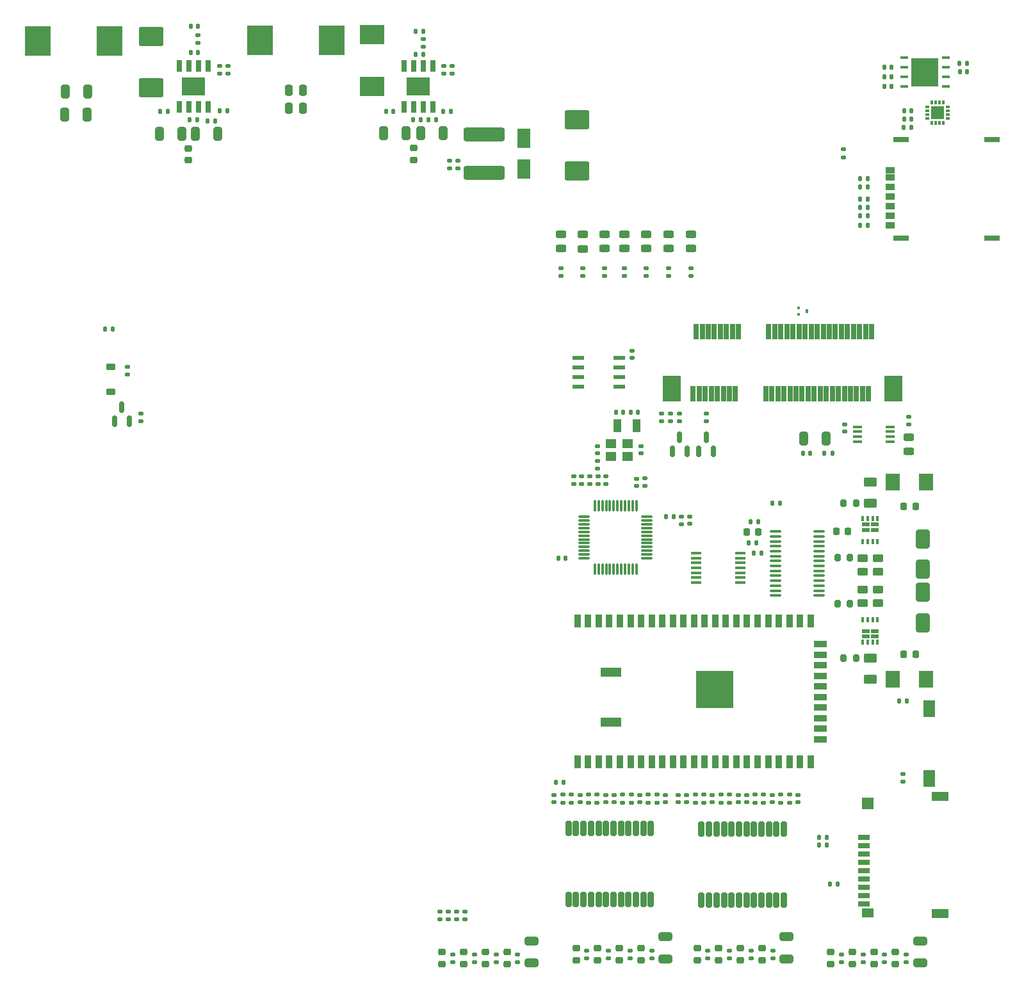
<source format=gtp>
G04 #@! TF.GenerationSoftware,KiCad,Pcbnew,7.0.6-0*
G04 #@! TF.CreationDate,2023-08-16T18:08:33-03:00*
G04 #@! TF.ProjectId,macunaima_rev2.2,6d616375-6e61-4696-9d61-5f726576322e,rev?*
G04 #@! TF.SameCoordinates,Original*
G04 #@! TF.FileFunction,Paste,Top*
G04 #@! TF.FilePolarity,Positive*
%FSLAX46Y46*%
G04 Gerber Fmt 4.6, Leading zero omitted, Abs format (unit mm)*
G04 Created by KiCad (PCBNEW 7.0.6-0) date 2023-08-16 18:08:33*
%MOMM*%
%LPD*%
G01*
G04 APERTURE LIST*
G04 Aperture macros list*
%AMRoundRect*
0 Rectangle with rounded corners*
0 $1 Rounding radius*
0 $2 $3 $4 $5 $6 $7 $8 $9 X,Y pos of 4 corners*
0 Add a 4 corners polygon primitive as box body*
4,1,4,$2,$3,$4,$5,$6,$7,$8,$9,$2,$3,0*
0 Add four circle primitives for the rounded corners*
1,1,$1+$1,$2,$3*
1,1,$1+$1,$4,$5*
1,1,$1+$1,$6,$7*
1,1,$1+$1,$8,$9*
0 Add four rect primitives between the rounded corners*
20,1,$1+$1,$2,$3,$4,$5,0*
20,1,$1+$1,$4,$5,$6,$7,0*
20,1,$1+$1,$6,$7,$8,$9,0*
20,1,$1+$1,$8,$9,$2,$3,0*%
G04 Aperture macros list end*
%ADD10RoundRect,0.225000X0.250000X-0.225000X0.250000X0.225000X-0.250000X0.225000X-0.250000X-0.225000X0*%
%ADD11R,1.000000X1.800000*%
%ADD12RoundRect,0.135000X0.185000X-0.135000X0.185000X0.135000X-0.185000X0.135000X-0.185000X-0.135000X0*%
%ADD13RoundRect,0.140000X-0.140000X-0.170000X0.140000X-0.170000X0.140000X0.170000X-0.140000X0.170000X0*%
%ADD14RoundRect,0.135000X-0.185000X0.135000X-0.185000X-0.135000X0.185000X-0.135000X0.185000X0.135000X0*%
%ADD15RoundRect,0.140000X0.170000X-0.140000X0.170000X0.140000X-0.170000X0.140000X-0.170000X-0.140000X0*%
%ADD16RoundRect,0.140000X0.140000X0.170000X-0.140000X0.170000X-0.140000X-0.170000X0.140000X-0.170000X0*%
%ADD17RoundRect,0.135000X0.135000X0.185000X-0.135000X0.185000X-0.135000X-0.185000X0.135000X-0.185000X0*%
%ADD18RoundRect,0.140000X-0.170000X0.140000X-0.170000X-0.140000X0.170000X-0.140000X0.170000X0.140000X0*%
%ADD19RoundRect,0.135000X-0.135000X-0.185000X0.135000X-0.185000X0.135000X0.185000X-0.135000X0.185000X0*%
%ADD20RoundRect,0.100000X-0.637500X-0.100000X0.637500X-0.100000X0.637500X0.100000X-0.637500X0.100000X0*%
%ADD21RoundRect,0.243750X0.456250X-0.243750X0.456250X0.243750X-0.456250X0.243750X-0.456250X-0.243750X0*%
%ADD22RoundRect,0.250000X-0.325000X-0.650000X0.325000X-0.650000X0.325000X0.650000X-0.325000X0.650000X0*%
%ADD23R,0.650000X1.525000*%
%ADD24R,3.100000X2.400000*%
%ADD25R,0.450000X0.400000*%
%ADD26R,0.450000X0.500000*%
%ADD27RoundRect,0.195000X-0.195000X0.805000X-0.195000X-0.805000X0.195000X-0.805000X0.195000X0.805000X0*%
%ADD28RoundRect,0.147500X-0.147500X-0.172500X0.147500X-0.172500X0.147500X0.172500X-0.147500X0.172500X0*%
%ADD29R,1.800000X2.500000*%
%ADD30R,0.300000X0.570000*%
%ADD31R,0.570000X0.300000*%
%ADD32R,1.750000X1.750000*%
%ADD33RoundRect,0.218750X0.256250X-0.218750X0.256250X0.218750X-0.256250X0.218750X-0.256250X-0.218750X0*%
%ADD34R,1.879600X2.260600*%
%ADD35RoundRect,0.225000X-0.375000X0.225000X-0.375000X-0.225000X0.375000X-0.225000X0.375000X0.225000X0*%
%ADD36R,1.600000X0.600000*%
%ADD37R,1.550000X0.600000*%
%ADD38RoundRect,0.200000X-0.200000X-0.275000X0.200000X-0.275000X0.200000X0.275000X-0.200000X0.275000X0*%
%ADD39RoundRect,0.225000X0.225000X0.250000X-0.225000X0.250000X-0.225000X-0.250000X0.225000X-0.250000X0*%
%ADD40RoundRect,0.250000X-0.450000X0.262500X-0.450000X-0.262500X0.450000X-0.262500X0.450000X0.262500X0*%
%ADD41R,0.660400X2.108200*%
%ADD42R,2.438400X3.352800*%
%ADD43R,3.500000X4.000000*%
%ADD44R,1.000000X0.600000*%
%ADD45R,0.420000X0.700000*%
%ADD46RoundRect,0.243750X-0.456250X0.243750X-0.456250X-0.243750X0.456250X-0.243750X0.456250X0.243750X0*%
%ADD47RoundRect,0.250000X-0.650000X0.325000X-0.650000X-0.325000X0.650000X-0.325000X0.650000X0.325000X0*%
%ADD48RoundRect,0.147500X0.172500X-0.147500X0.172500X0.147500X-0.172500X0.147500X-0.172500X-0.147500X0*%
%ADD49R,1.600200X0.711200*%
%ADD50R,1.498600X1.193800*%
%ADD51R,2.209800X1.193800*%
%ADD52R,1.498600X1.600200*%
%ADD53RoundRect,0.250000X0.625000X-0.375000X0.625000X0.375000X-0.625000X0.375000X-0.625000X-0.375000X0*%
%ADD54RoundRect,0.250000X0.325000X0.650000X-0.325000X0.650000X-0.325000X-0.650000X0.325000X-0.650000X0*%
%ADD55R,3.300000X2.500000*%
%ADD56RoundRect,0.075000X-0.075000X0.662500X-0.075000X-0.662500X0.075000X-0.662500X0.075000X0.662500X0*%
%ADD57RoundRect,0.075000X-0.662500X0.075000X-0.662500X-0.075000X0.662500X-0.075000X0.662500X0.075000X0*%
%ADD58RoundRect,0.250000X0.650000X-1.000000X0.650000X1.000000X-0.650000X1.000000X-0.650000X-1.000000X0*%
%ADD59R,1.150000X0.350000*%
%ADD60RoundRect,0.250000X0.250000X0.475000X-0.250000X0.475000X-0.250000X-0.475000X0.250000X-0.475000X0*%
%ADD61RoundRect,0.250000X1.400000X1.000000X-1.400000X1.000000X-1.400000X-1.000000X1.400000X-1.000000X0*%
%ADD62RoundRect,0.225000X-0.225000X-0.250000X0.225000X-0.250000X0.225000X0.250000X-0.225000X0.250000X0*%
%ADD63RoundRect,0.150000X0.150000X-0.587500X0.150000X0.587500X-0.150000X0.587500X-0.150000X-0.587500X0*%
%ADD64RoundRect,0.250000X-1.400000X-1.000000X1.400000X-1.000000X1.400000X1.000000X-1.400000X1.000000X0*%
%ADD65R,1.400000X1.200000*%
%ADD66R,1.143000X0.812800*%
%ADD67R,2.108200X0.711200*%
%ADD68RoundRect,0.147500X-0.172500X0.147500X-0.172500X-0.147500X0.172500X-0.147500X0.172500X0.147500X0*%
%ADD69R,1.600000X2.180000*%
%ADD70R,1.409700X0.355600*%
%ADD71RoundRect,0.250000X2.450000X-0.650000X2.450000X0.650000X-2.450000X0.650000X-2.450000X-0.650000X0*%
%ADD72R,0.900000X1.800000*%
%ADD73R,1.800000X0.900000*%
%ADD74R,5.000000X5.000000*%
%ADD75R,2.700000X1.200000*%
%ADD76R,1.112398X0.457200*%
%ADD77R,3.606800X3.708400*%
%ADD78RoundRect,0.250000X-0.650000X1.000000X-0.650000X-1.000000X0.650000X-1.000000X0.650000X1.000000X0*%
%ADD79RoundRect,0.250000X-0.625000X0.375000X-0.625000X-0.375000X0.625000X-0.375000X0.625000X0.375000X0*%
G04 APERTURE END LIST*
G36*
X121943978Y-19491793D02*
G01*
X120340578Y-19491793D01*
X120340578Y-17837593D01*
X121943978Y-17837593D01*
X121943978Y-19491793D01*
G37*
G36*
X121943978Y-17637593D02*
G01*
X120340578Y-17637593D01*
X120340578Y-15983393D01*
X121943978Y-15983393D01*
X121943978Y-17637593D01*
G37*
G36*
X120140578Y-19491793D02*
G01*
X118537178Y-19491793D01*
X118537178Y-17837593D01*
X120140578Y-17837593D01*
X120140578Y-19491793D01*
G37*
G36*
X120140578Y-17637593D02*
G01*
X118537178Y-17637593D01*
X118537178Y-15983393D01*
X120140578Y-15983393D01*
X120140578Y-17637593D01*
G37*
D10*
X79835716Y-135163813D03*
X79835716Y-133613813D03*
D11*
X79601980Y-64481773D03*
X82101980Y-64481773D03*
D12*
X28123573Y-17936573D03*
X28123573Y-16916573D03*
D13*
X124848702Y-17642593D03*
X125808702Y-17642593D03*
D14*
X75551074Y-133878813D03*
X75551074Y-134898813D03*
D15*
X77011980Y-72165441D03*
X77011980Y-71205441D03*
D16*
X24163573Y-15155573D03*
X23203573Y-15155573D03*
D10*
X113495716Y-135676773D03*
X113495716Y-134126773D03*
D17*
X108718573Y-125116773D03*
X107698573Y-125116773D03*
X101113573Y-74726773D03*
X100093573Y-74726773D03*
D12*
X75037573Y-44675573D03*
X75037573Y-43655573D03*
D13*
X79381980Y-62751773D03*
X80341980Y-62751773D03*
D16*
X49958573Y-22906773D03*
X48998573Y-22906773D03*
D14*
X81263930Y-133878813D03*
X81263930Y-134898813D03*
D18*
X109642821Y-64319872D03*
X109642821Y-65279872D03*
D19*
X25411573Y-24211973D03*
X26431573Y-24211973D03*
D20*
X100505491Y-78494273D03*
X100505491Y-79144273D03*
X100505491Y-79794273D03*
X100505491Y-80444273D03*
X100505491Y-81094273D03*
X100505491Y-81744273D03*
X100505491Y-82394273D03*
X100505491Y-83044273D03*
X100505491Y-83694273D03*
X100505491Y-84344273D03*
X100505491Y-84994273D03*
X100505491Y-85644273D03*
X100505491Y-86294273D03*
X100505491Y-86944273D03*
X106230491Y-86944273D03*
X106230491Y-86294273D03*
X106230491Y-85644273D03*
X106230491Y-84994273D03*
X106230491Y-84344273D03*
X106230491Y-83694273D03*
X106230491Y-83044273D03*
X106230491Y-82394273D03*
X106230491Y-81744273D03*
X106230491Y-81094273D03*
X106230491Y-80444273D03*
X106230491Y-79794273D03*
X106230491Y-79144273D03*
X106230491Y-78494273D03*
D21*
X118101021Y-67870972D03*
X118101021Y-65995972D03*
D16*
X82321980Y-62751773D03*
X81361980Y-62751773D03*
D22*
X6541573Y-23307973D03*
X9491573Y-23307973D03*
D14*
X78407502Y-133878813D03*
X78407502Y-134898813D03*
D22*
X48665573Y-25807573D03*
X51615573Y-25807573D03*
D18*
X103445051Y-113330057D03*
X103445051Y-114290057D03*
D23*
X21628573Y-22354973D03*
X22898573Y-22354973D03*
X24168573Y-22354973D03*
X25438573Y-22354973D03*
X25438573Y-16930973D03*
X24168573Y-16930973D03*
X22898573Y-16930973D03*
X21628573Y-16930973D03*
D24*
X23533573Y-19642973D03*
D14*
X63553930Y-134391773D03*
X63553930Y-135411773D03*
D19*
X111671279Y-35647593D03*
X112691279Y-35647593D03*
D12*
X91020435Y-114320057D03*
X91020435Y-113300057D03*
D10*
X92976787Y-135163813D03*
X92976787Y-133613813D03*
D13*
X86032804Y-76531773D03*
X86992804Y-76531773D03*
D15*
X81518573Y-55516773D03*
X81518573Y-54556773D03*
D25*
X103516998Y-48929419D03*
X103516998Y-49729419D03*
D26*
X104666998Y-49329419D03*
D27*
X101598573Y-117850183D03*
X100608573Y-117850183D03*
X99618573Y-117850183D03*
X98628573Y-117850183D03*
X97638573Y-117850183D03*
X96648573Y-117850183D03*
X95658573Y-117850183D03*
X94668573Y-117850183D03*
X93678573Y-117850183D03*
X92688573Y-117850183D03*
X91698573Y-117850183D03*
X90708573Y-117850183D03*
X90708573Y-127250183D03*
X91698573Y-127250183D03*
X92688573Y-127250183D03*
X93678573Y-127250183D03*
X94668573Y-127250183D03*
X95658573Y-127250183D03*
X96648573Y-127250183D03*
X97638573Y-127250183D03*
X98628573Y-127250183D03*
X99618573Y-127250183D03*
X100608573Y-127250183D03*
X101598573Y-127250183D03*
D28*
X97618573Y-81346773D03*
X98588573Y-81346773D03*
D29*
X67178573Y-30511773D03*
X67178573Y-26511773D03*
D12*
X117313573Y-111576773D03*
X117313573Y-110556773D03*
D30*
X121154464Y-24472593D03*
X121654464Y-24472593D03*
X122154464Y-24472593D03*
X122654464Y-24472593D03*
D31*
X123269464Y-23857593D03*
X123269464Y-23357593D03*
X123269464Y-22857593D03*
X123269464Y-22357593D03*
D30*
X122654464Y-21742593D03*
X122154464Y-21742593D03*
X121654464Y-21742593D03*
X121154464Y-21742593D03*
D31*
X120539464Y-22357593D03*
X120539464Y-22857593D03*
X120539464Y-23357593D03*
X120539464Y-23857593D03*
D32*
X121904464Y-23107593D03*
D12*
X72366265Y-114320057D03*
X72366265Y-113300057D03*
X88083573Y-77506773D03*
X88083573Y-76486773D03*
D10*
X107782860Y-135676773D03*
X107782860Y-134126773D03*
D33*
X52635973Y-29345073D03*
X52635973Y-27770073D03*
D28*
X97223573Y-77161773D03*
X98193573Y-77161773D03*
X104106473Y-68095796D03*
X105076473Y-68095796D03*
D12*
X80488196Y-44672711D03*
X80488196Y-43652711D03*
D15*
X73783573Y-72156773D03*
X73783573Y-71196773D03*
D34*
X120428373Y-98011773D03*
X116008773Y-98011773D03*
D33*
X22888573Y-29368073D03*
X22888573Y-27793073D03*
D12*
X24164573Y-13863573D03*
X24164573Y-12843573D03*
D15*
X82101980Y-72450350D03*
X82101980Y-71490350D03*
D35*
X12604573Y-56692573D03*
X12604573Y-59992573D03*
D17*
X107240181Y-118926773D03*
X106220181Y-118926773D03*
D14*
X94413511Y-113300057D03*
X94413511Y-114320057D03*
D12*
X81407801Y-114320057D03*
X81407801Y-113300057D03*
D15*
X58463573Y-30441773D03*
X58463573Y-29481773D03*
D14*
X101179663Y-113300057D03*
X101179663Y-114320057D03*
D36*
X74418573Y-55511773D03*
D37*
X74418573Y-56781773D03*
X74418573Y-58051773D03*
X74418573Y-59321773D03*
X79818573Y-59321773D03*
X79818573Y-58051773D03*
X79818573Y-56781773D03*
X79818573Y-55511773D03*
D16*
X112661279Y-38017593D03*
X111701279Y-38017593D03*
D14*
X74863573Y-71166773D03*
X74863573Y-72186773D03*
D12*
X57251906Y-129806773D03*
X57251906Y-128786773D03*
D10*
X110639288Y-135676773D03*
X110639288Y-134126773D03*
D38*
X109476173Y-74726773D03*
X111126173Y-74726773D03*
D14*
X102317355Y-113300057D03*
X102317355Y-114320057D03*
D16*
X72728573Y-82031773D03*
X71768573Y-82031773D03*
D15*
X100051971Y-114290057D03*
X100051971Y-113330057D03*
D39*
X118993573Y-94734273D03*
X117443573Y-94734273D03*
D14*
X76897033Y-113300057D03*
X76897033Y-114320057D03*
D40*
X112032373Y-81989273D03*
X112032373Y-83814273D03*
D12*
X97786587Y-114320057D03*
X97786587Y-113300057D03*
D41*
X89600021Y-60221173D03*
X90000023Y-52021172D03*
X90400022Y-60221173D03*
X90800021Y-52021172D03*
X91200023Y-60221173D03*
X91600022Y-52021172D03*
X92000021Y-60221173D03*
X92400021Y-52021172D03*
X92800022Y-60221173D03*
X93200021Y-52021172D03*
X93600021Y-60221173D03*
X94000022Y-52021172D03*
X94400022Y-60221173D03*
X94800021Y-52021172D03*
X95200020Y-60221173D03*
X95600022Y-52021172D03*
X99200021Y-60221173D03*
X99600020Y-52021172D03*
X100000022Y-60221173D03*
X100400021Y-52021172D03*
X100800020Y-60221173D03*
X101200022Y-52021172D03*
X101600021Y-60221173D03*
X102000020Y-52021172D03*
X102400020Y-60221173D03*
X102800021Y-52021172D03*
X103200021Y-60221173D03*
X103600020Y-52021172D03*
X104000022Y-60221173D03*
X104400021Y-52021172D03*
X104800020Y-60221173D03*
X105200022Y-52021172D03*
X105600021Y-60221173D03*
X106000020Y-52021172D03*
X106400019Y-60221173D03*
X106800021Y-52021172D03*
X107200020Y-60221173D03*
X107600019Y-52021172D03*
X108000021Y-60221173D03*
X108400020Y-52021172D03*
X108800020Y-60221173D03*
X109200019Y-52021172D03*
X109600021Y-60221173D03*
X110000020Y-52021172D03*
X110400019Y-60221173D03*
X110800021Y-52021172D03*
X111200020Y-60221173D03*
X111600019Y-52021172D03*
X112000021Y-60221173D03*
X112400020Y-52021172D03*
X112800019Y-60221173D03*
X113200018Y-52021172D03*
D42*
X86750025Y-59598873D03*
X116050017Y-59598873D03*
D43*
X12435573Y-13614973D03*
X2935573Y-13614973D03*
D18*
X82738707Y-67191773D03*
X82738707Y-68151773D03*
D19*
X117444578Y-25002593D03*
X118464578Y-25002593D03*
D22*
X19053573Y-25896573D03*
X22003573Y-25896573D03*
D28*
X117469578Y-22857593D03*
X118439578Y-22857593D03*
D44*
X112453573Y-78280393D03*
X113583573Y-78280393D03*
X112453573Y-77570393D03*
X113583573Y-77570393D03*
D45*
X112043573Y-76800393D03*
X112693573Y-76800393D03*
X113343573Y-76800393D03*
X113993573Y-76800393D03*
X112043573Y-79800393D03*
X112693573Y-79800393D03*
X113343573Y-79800393D03*
X113993573Y-79800393D03*
D16*
X115845780Y-18372593D03*
X114885780Y-18372593D03*
D12*
X77854573Y-44681773D03*
X77854573Y-43661773D03*
D14*
X93275819Y-113300057D03*
X93275819Y-114320057D03*
D17*
X107240181Y-119986773D03*
X106220181Y-119986773D03*
D46*
X80482573Y-39195073D03*
X80482573Y-41070073D03*
D13*
X52931173Y-15344373D03*
X53891173Y-15344373D03*
D12*
X85445373Y-63884554D03*
X85445373Y-62864554D03*
D15*
X78024725Y-114290057D03*
X78024725Y-113330057D03*
D47*
X119628573Y-132606773D03*
X119628573Y-135556773D03*
D10*
X56412860Y-135676773D03*
X56412860Y-134126773D03*
D48*
X83191980Y-72425350D03*
X83191980Y-71455350D03*
D14*
X112067502Y-134391773D03*
X112067502Y-135411773D03*
D49*
X112172619Y-118913296D03*
X112172619Y-120013296D03*
X112172619Y-121113297D03*
X112172619Y-122213297D03*
X112172619Y-123313297D03*
X112172619Y-124413295D03*
X112172619Y-125513295D03*
X112172619Y-126613296D03*
X112172619Y-127713296D03*
D50*
X112678619Y-128910296D03*
D51*
X122272619Y-129040296D03*
D52*
X112673619Y-114440296D03*
D51*
X122272619Y-113540296D03*
D10*
X59269288Y-135676773D03*
X59269288Y-134126773D03*
D40*
X112032373Y-86143394D03*
X112032373Y-87968394D03*
D53*
X113018573Y-74725393D03*
X113018573Y-71925393D03*
D46*
X72095866Y-39204135D03*
X72095866Y-41079135D03*
D14*
X26987573Y-16909573D03*
X26987573Y-17929573D03*
D54*
X9543573Y-20273973D03*
X6593573Y-20273973D03*
D22*
X23810573Y-25896573D03*
X26760573Y-25896573D03*
D47*
X101966072Y-132093813D03*
X101966072Y-135043813D03*
D55*
X47127373Y-19632573D03*
X47137373Y-12732573D03*
D19*
X111671279Y-31797593D03*
X112691279Y-31797593D03*
D56*
X82101980Y-75109273D03*
X81601980Y-75109273D03*
X81101980Y-75109273D03*
X80601980Y-75109273D03*
X80101980Y-75109273D03*
X79601980Y-75109273D03*
X79101980Y-75109273D03*
X78601980Y-75109273D03*
X78101980Y-75109273D03*
X77601980Y-75109273D03*
X77101980Y-75109273D03*
X76601980Y-75109273D03*
D57*
X75189480Y-76521773D03*
X75189480Y-77021773D03*
X75189480Y-77521773D03*
X75189480Y-78021773D03*
X75189480Y-78521773D03*
X75189480Y-79021773D03*
X75189480Y-79521773D03*
X75189480Y-80021773D03*
X75189480Y-80521773D03*
X75189480Y-81021773D03*
X75189480Y-81521773D03*
X75189480Y-82021773D03*
D56*
X76601980Y-83434273D03*
X77101980Y-83434273D03*
X77601980Y-83434273D03*
X78101980Y-83434273D03*
X78601980Y-83434273D03*
X79101980Y-83434273D03*
X79601980Y-83434273D03*
X80101980Y-83434273D03*
X80601980Y-83434273D03*
X81101980Y-83434273D03*
X81601980Y-83434273D03*
X82101980Y-83434273D03*
D57*
X83514480Y-82021773D03*
X83514480Y-81521773D03*
X83514480Y-81021773D03*
X83514480Y-80521773D03*
X83514480Y-80021773D03*
X83514480Y-79521773D03*
X83514480Y-79021773D03*
X83514480Y-78521773D03*
X83514480Y-78021773D03*
X83514480Y-77521773D03*
X83514480Y-77021773D03*
X83514480Y-76521773D03*
D12*
X86378196Y-44672711D03*
X86378196Y-43652711D03*
X59438573Y-129806773D03*
X59438573Y-128786773D03*
D13*
X52931173Y-12300373D03*
X53891173Y-12300373D03*
D16*
X72428573Y-111651773D03*
X71468573Y-111651773D03*
D10*
X90120359Y-135163813D03*
X90120359Y-133613813D03*
D15*
X76965254Y-68151773D03*
X76965254Y-67191773D03*
X57388573Y-30441773D03*
X57388573Y-29481773D03*
D58*
X119951173Y-90534273D03*
X119951173Y-86534273D03*
D48*
X87660418Y-114295057D03*
X87660418Y-113325057D03*
D14*
X117780358Y-134391773D03*
X117780358Y-135411773D03*
D16*
X112661279Y-34537593D03*
X111701279Y-34537593D03*
X112661279Y-36727593D03*
X111701279Y-36727593D03*
D59*
X111303221Y-64637672D03*
X111303221Y-65287672D03*
X111303221Y-65937672D03*
X111303221Y-66587672D03*
X115653221Y-66587672D03*
X115653221Y-65937672D03*
X115653221Y-65287672D03*
X115653221Y-64637672D03*
D18*
X78081980Y-71205441D03*
X78081980Y-72165441D03*
D46*
X89328199Y-39195073D03*
X89328199Y-41070073D03*
D10*
X95833215Y-135163813D03*
X95833215Y-133613813D03*
D60*
X38003573Y-22481773D03*
X36103573Y-22481773D03*
D14*
X16590573Y-62856573D03*
X16590573Y-63876573D03*
D10*
X74122860Y-135163813D03*
X74122860Y-133613813D03*
D61*
X74223573Y-30815273D03*
X74223573Y-24015273D03*
D62*
X117443573Y-75154273D03*
X118993573Y-75154273D03*
D39*
X110083573Y-78491773D03*
X108533573Y-78491773D03*
D14*
X57841074Y-134391773D03*
X57841074Y-135411773D03*
D18*
X88755051Y-113330057D03*
X88755051Y-114290057D03*
D38*
X108696173Y-88004273D03*
X110346173Y-88004273D03*
D15*
X82535493Y-114290057D03*
X82535493Y-113330057D03*
D19*
X56518573Y-22881773D03*
X57538573Y-22881773D03*
D43*
X41803573Y-13490173D03*
X32303573Y-13490173D03*
D47*
X68258573Y-132606773D03*
X68258573Y-135556773D03*
D14*
X60697502Y-134391773D03*
X60697502Y-135411773D03*
D12*
X73503957Y-114320057D03*
X73503957Y-113300057D03*
D14*
X91312773Y-62864554D03*
X91312773Y-63884554D03*
D10*
X82692144Y-135163813D03*
X82692144Y-133613813D03*
D63*
X86882973Y-67888296D03*
X88782973Y-67888296D03*
X87832973Y-66013296D03*
D14*
X87832973Y-62864554D03*
X87832973Y-63884554D03*
D46*
X86379657Y-39195073D03*
X86379657Y-41070073D03*
D40*
X114021173Y-86133394D03*
X114021173Y-87958394D03*
D12*
X89882743Y-114320057D03*
X89882743Y-113300057D03*
D64*
X17982573Y-12993973D03*
X17982573Y-19793973D03*
D14*
X97261429Y-133878813D03*
X97261429Y-134898813D03*
X118101021Y-63324672D03*
X118101021Y-64344672D03*
D19*
X22992573Y-24062573D03*
X24012573Y-24062573D03*
D17*
X117883573Y-100876773D03*
X116863573Y-100876773D03*
D65*
X78751980Y-68521773D03*
X80951980Y-68521773D03*
X80951980Y-66821773D03*
X78751980Y-66821773D03*
D18*
X71238573Y-113330057D03*
X71238573Y-114290057D03*
D14*
X57729173Y-16917173D03*
X57729173Y-17937173D03*
D15*
X95541203Y-114290057D03*
X95541203Y-113330057D03*
D27*
X84013573Y-117780183D03*
X83023573Y-117780183D03*
X82033573Y-117780183D03*
X81043573Y-117780183D03*
X80053573Y-117780183D03*
X79063573Y-117780183D03*
X78073573Y-117780183D03*
X77083573Y-117780183D03*
X76093573Y-117780183D03*
X75103573Y-117780183D03*
X74113573Y-117780183D03*
X73123573Y-117780183D03*
X73123573Y-127180183D03*
X74113573Y-127180183D03*
X75103573Y-127180183D03*
X76093573Y-127180183D03*
X77083573Y-127180183D03*
X78073573Y-127180183D03*
X79063573Y-127180183D03*
X80053573Y-127180183D03*
X81043573Y-127180183D03*
X82033573Y-127180183D03*
X83023573Y-127180183D03*
X84013573Y-127180183D03*
D54*
X107209473Y-66165396D03*
X104259473Y-66165396D03*
D12*
X86613773Y-63884554D03*
X86613773Y-62864554D03*
D17*
X97926173Y-80012136D03*
X96906173Y-80012136D03*
D12*
X80270109Y-114320057D03*
X80270109Y-113300057D03*
D17*
X27994573Y-22877973D03*
X26974573Y-22877973D03*
D12*
X72095866Y-44681773D03*
X72095866Y-43661773D03*
D10*
X76979288Y-135163813D03*
X76979288Y-133613813D03*
D38*
X108696173Y-81964273D03*
X110346173Y-81964273D03*
D66*
X115629578Y-32937593D03*
X115629578Y-35477593D03*
X115629578Y-38017593D03*
X115629578Y-31667593D03*
X115629578Y-34207593D03*
X115629578Y-36747593D03*
X115629578Y-30717593D03*
D67*
X117109639Y-39687593D03*
X117109639Y-26687593D03*
X129109580Y-39687593D03*
X129109580Y-26687593D03*
D18*
X85928573Y-113330057D03*
X85928573Y-114290057D03*
X96658895Y-113330057D03*
X96658895Y-114290057D03*
D12*
X76965254Y-70181773D03*
X76965254Y-69161773D03*
D14*
X83663185Y-113300057D03*
X83663185Y-114320057D03*
D62*
X96641173Y-78514273D03*
X98191173Y-78514273D03*
D38*
X109476173Y-95214273D03*
X111126173Y-95214273D03*
D16*
X112661279Y-32937593D03*
X111701279Y-32937593D03*
D19*
X52608573Y-24056773D03*
X53628573Y-24056773D03*
D16*
X20103573Y-22903973D03*
X19143573Y-22903973D03*
D68*
X75921980Y-71190441D03*
X75921980Y-72160441D03*
D46*
X83431115Y-39195073D03*
X83431115Y-41070073D03*
D16*
X118434578Y-23930093D03*
X117474578Y-23930093D03*
X115845780Y-19642593D03*
X114885780Y-19642593D03*
D10*
X116352144Y-135676773D03*
X116352144Y-134126773D03*
X62125716Y-135676773D03*
X62125716Y-134126773D03*
D13*
X23204573Y-11626573D03*
X24164573Y-11626573D03*
D18*
X74631649Y-113330057D03*
X74631649Y-114290057D03*
X79142417Y-113330057D03*
X79142417Y-114290057D03*
D63*
X90362773Y-67888296D03*
X92262773Y-67888296D03*
X91312773Y-66013296D03*
D19*
X11881573Y-51699573D03*
X12901573Y-51699573D03*
D18*
X92148127Y-113330057D03*
X92148127Y-114290057D03*
D69*
X120818573Y-111111773D03*
X120818573Y-101931773D03*
D14*
X84800877Y-113300057D03*
X84800877Y-114320057D03*
D47*
X85968573Y-132093813D03*
X85968573Y-135043813D03*
D14*
X66410358Y-134391773D03*
X66410358Y-135411773D03*
X91548573Y-133878813D03*
X91548573Y-134898813D03*
X100117857Y-133878813D03*
X100117857Y-134898813D03*
D12*
X53893773Y-14332373D03*
X53893773Y-13312373D03*
D17*
X107985021Y-68095796D03*
X106965021Y-68095796D03*
D12*
X89328199Y-44672711D03*
X89328199Y-43652711D03*
D14*
X94405001Y-133878813D03*
X94405001Y-134898813D03*
D16*
X115845780Y-17102593D03*
X114885780Y-17102593D03*
D46*
X75021573Y-39215073D03*
X75021573Y-41090073D03*
D60*
X38003573Y-20119573D03*
X36103573Y-20119573D03*
D12*
X109444578Y-28977593D03*
X109444578Y-27957593D03*
X14772573Y-57689573D03*
X14772573Y-56669573D03*
D14*
X84120358Y-133878813D03*
X84120358Y-134898813D03*
D70*
X89960823Y-81346815D03*
X89960823Y-81996801D03*
X89960823Y-82646787D03*
X89960823Y-83296773D03*
X89960823Y-83946759D03*
X89960823Y-84596745D03*
X89960823Y-85246731D03*
X95866323Y-85246731D03*
X95866323Y-84596745D03*
X95866323Y-83946759D03*
X95866323Y-83296773D03*
X95866323Y-82646787D03*
X95866323Y-81996801D03*
X95866323Y-81346815D03*
D71*
X61988573Y-31061773D03*
X61988573Y-25961773D03*
D12*
X83418196Y-44672711D03*
X83418196Y-43652711D03*
D17*
X125838702Y-16562593D03*
X124818702Y-16562593D03*
D12*
X56158573Y-129806773D03*
X56158573Y-128786773D03*
D40*
X114021173Y-81989273D03*
X114021173Y-83814273D03*
D10*
X98689643Y-135163813D03*
X98689643Y-133613813D03*
D22*
X53612373Y-25809373D03*
X56562373Y-25809373D03*
D72*
X74318573Y-108981773D03*
X75718573Y-108981773D03*
X77118573Y-108981773D03*
X78518573Y-108981773D03*
X79918573Y-108981773D03*
X81318573Y-108981773D03*
X82718573Y-108981773D03*
X84118573Y-108981773D03*
X85518573Y-108981773D03*
X86918573Y-108981773D03*
X88318573Y-108981773D03*
X89718573Y-108981773D03*
X91118573Y-108981773D03*
X92518573Y-108981773D03*
X93918573Y-108981773D03*
X95318573Y-108981773D03*
X96718573Y-108981773D03*
X98118573Y-108981773D03*
X99518573Y-108981773D03*
X100918573Y-108981773D03*
X102318573Y-108981773D03*
X103718573Y-108981773D03*
X105118573Y-108981773D03*
D73*
X106418573Y-105981773D03*
X106418573Y-104581773D03*
X106418573Y-103181773D03*
X106418573Y-101781773D03*
X106418573Y-100381773D03*
X106418573Y-98981773D03*
X106418573Y-97581773D03*
X106418573Y-96181773D03*
X106418573Y-94781773D03*
X106418573Y-93381773D03*
D72*
X105118573Y-90281773D03*
X103718573Y-90281773D03*
X102318573Y-90281773D03*
X100918573Y-90281773D03*
X99518573Y-90281773D03*
X98118573Y-90281773D03*
X96718573Y-90281773D03*
X95318573Y-90281773D03*
X93918573Y-90281773D03*
X92518573Y-90281773D03*
X91118573Y-90281773D03*
X89718573Y-90281773D03*
X88318573Y-90281773D03*
X86918573Y-90281773D03*
X85518573Y-90281773D03*
X84118573Y-90281773D03*
X82718573Y-90281773D03*
X81318573Y-90281773D03*
X79918573Y-90281773D03*
X78518573Y-90281773D03*
X77118573Y-90281773D03*
X75718573Y-90281773D03*
X74318573Y-90281773D03*
D74*
X92418573Y-99381773D03*
D75*
X78718573Y-103681773D03*
X78718573Y-97081773D03*
D14*
X75759341Y-113300057D03*
X75759341Y-114320057D03*
D12*
X58345239Y-129806773D03*
X58345239Y-128786773D03*
D46*
X77854573Y-39204135D03*
X77854573Y-41079135D03*
D63*
X13134573Y-63892073D03*
X15034573Y-63892073D03*
X14084573Y-62017073D03*
D18*
X89163573Y-76516773D03*
X89163573Y-77476773D03*
D76*
X122986379Y-19642593D03*
X122986379Y-18372593D03*
X122986379Y-17102593D03*
X122986379Y-15832593D03*
X117494777Y-15832593D03*
X117494777Y-17102593D03*
X117494777Y-18372593D03*
X117494777Y-19642593D03*
D77*
X120240578Y-17737593D03*
D78*
X119951173Y-79436773D03*
X119951173Y-83436773D03*
D23*
X51352521Y-22348973D03*
X52622521Y-22348973D03*
X53892521Y-22348973D03*
X55162521Y-22348973D03*
X55162521Y-16924973D03*
X53892521Y-16924973D03*
X52622521Y-16924973D03*
X51352521Y-16924973D03*
D24*
X53257521Y-19636973D03*
D19*
X54640573Y-24056773D03*
X55660573Y-24056773D03*
D44*
X113583573Y-91630550D03*
X112453573Y-91630550D03*
X113583573Y-92340550D03*
X112453573Y-92340550D03*
D45*
X113993573Y-93110550D03*
X113343573Y-93110550D03*
X112693573Y-93110550D03*
X112043573Y-93110550D03*
X113993573Y-90110550D03*
X113343573Y-90110550D03*
X112693573Y-90110550D03*
X112043573Y-90110550D03*
D79*
X113018573Y-95230550D03*
X113018573Y-98030550D03*
D10*
X64982144Y-135676773D03*
X64982144Y-134126773D03*
D34*
X120428373Y-71935393D03*
X116008773Y-71935393D03*
D14*
X56636973Y-16917173D03*
X56636973Y-17937173D03*
X114923930Y-134391773D03*
X114923930Y-135411773D03*
X109211074Y-134391773D03*
X109211074Y-135411773D03*
D12*
X98924279Y-114320057D03*
X98924279Y-113300057D03*
M02*

</source>
